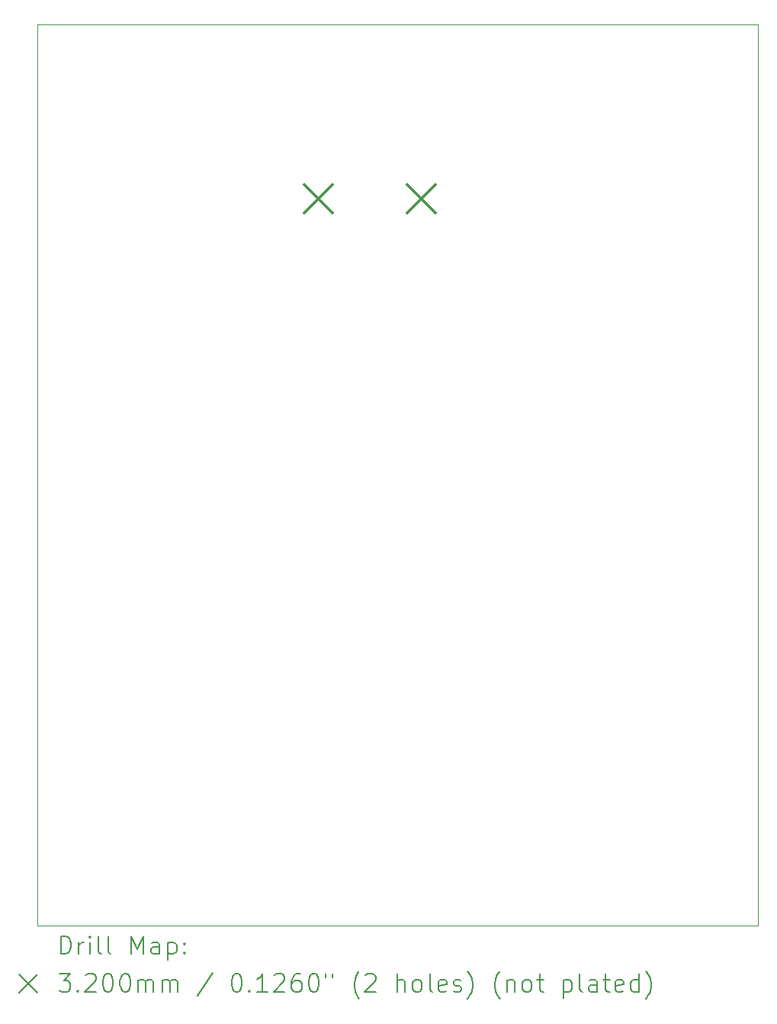
<source format=gbr>
%TF.GenerationSoftware,KiCad,Pcbnew,8.0.1*%
%TF.CreationDate,2024-05-05T15:46:48-04:00*%
%TF.ProjectId,Main,4d61696e-2e6b-4696-9361-645f70636258,0*%
%TF.SameCoordinates,Original*%
%TF.FileFunction,Drillmap*%
%TF.FilePolarity,Positive*%
%FSLAX45Y45*%
G04 Gerber Fmt 4.5, Leading zero omitted, Abs format (unit mm)*
G04 Created by KiCad (PCBNEW 8.0.1) date 2024-05-05 15:46:48*
%MOMM*%
%LPD*%
G01*
G04 APERTURE LIST*
%ADD10C,0.050000*%
%ADD11C,0.200000*%
%ADD12C,0.320000*%
G04 APERTURE END LIST*
D10*
X8990000Y-4065600D02*
X16990000Y-4065600D01*
X16990000Y-14065600D01*
X8990000Y-14065600D01*
X8990000Y-4065600D01*
D11*
D12*
X11947000Y-5840000D02*
X12267000Y-6160000D01*
X12267000Y-5840000D02*
X11947000Y-6160000D01*
X13090000Y-5840000D02*
X13410000Y-6160000D01*
X13410000Y-5840000D02*
X13090000Y-6160000D01*
D11*
X9248277Y-14379584D02*
X9248277Y-14179584D01*
X9248277Y-14179584D02*
X9295896Y-14179584D01*
X9295896Y-14179584D02*
X9324467Y-14189108D01*
X9324467Y-14189108D02*
X9343515Y-14208155D01*
X9343515Y-14208155D02*
X9353039Y-14227203D01*
X9353039Y-14227203D02*
X9362563Y-14265298D01*
X9362563Y-14265298D02*
X9362563Y-14293869D01*
X9362563Y-14293869D02*
X9353039Y-14331965D01*
X9353039Y-14331965D02*
X9343515Y-14351012D01*
X9343515Y-14351012D02*
X9324467Y-14370060D01*
X9324467Y-14370060D02*
X9295896Y-14379584D01*
X9295896Y-14379584D02*
X9248277Y-14379584D01*
X9448277Y-14379584D02*
X9448277Y-14246250D01*
X9448277Y-14284346D02*
X9457801Y-14265298D01*
X9457801Y-14265298D02*
X9467324Y-14255774D01*
X9467324Y-14255774D02*
X9486372Y-14246250D01*
X9486372Y-14246250D02*
X9505420Y-14246250D01*
X9572086Y-14379584D02*
X9572086Y-14246250D01*
X9572086Y-14179584D02*
X9562563Y-14189108D01*
X9562563Y-14189108D02*
X9572086Y-14198631D01*
X9572086Y-14198631D02*
X9581610Y-14189108D01*
X9581610Y-14189108D02*
X9572086Y-14179584D01*
X9572086Y-14179584D02*
X9572086Y-14198631D01*
X9695896Y-14379584D02*
X9676848Y-14370060D01*
X9676848Y-14370060D02*
X9667324Y-14351012D01*
X9667324Y-14351012D02*
X9667324Y-14179584D01*
X9800658Y-14379584D02*
X9781610Y-14370060D01*
X9781610Y-14370060D02*
X9772086Y-14351012D01*
X9772086Y-14351012D02*
X9772086Y-14179584D01*
X10029229Y-14379584D02*
X10029229Y-14179584D01*
X10029229Y-14179584D02*
X10095896Y-14322441D01*
X10095896Y-14322441D02*
X10162563Y-14179584D01*
X10162563Y-14179584D02*
X10162563Y-14379584D01*
X10343515Y-14379584D02*
X10343515Y-14274822D01*
X10343515Y-14274822D02*
X10333991Y-14255774D01*
X10333991Y-14255774D02*
X10314944Y-14246250D01*
X10314944Y-14246250D02*
X10276848Y-14246250D01*
X10276848Y-14246250D02*
X10257801Y-14255774D01*
X10343515Y-14370060D02*
X10324467Y-14379584D01*
X10324467Y-14379584D02*
X10276848Y-14379584D01*
X10276848Y-14379584D02*
X10257801Y-14370060D01*
X10257801Y-14370060D02*
X10248277Y-14351012D01*
X10248277Y-14351012D02*
X10248277Y-14331965D01*
X10248277Y-14331965D02*
X10257801Y-14312917D01*
X10257801Y-14312917D02*
X10276848Y-14303393D01*
X10276848Y-14303393D02*
X10324467Y-14303393D01*
X10324467Y-14303393D02*
X10343515Y-14293869D01*
X10438753Y-14246250D02*
X10438753Y-14446250D01*
X10438753Y-14255774D02*
X10457801Y-14246250D01*
X10457801Y-14246250D02*
X10495896Y-14246250D01*
X10495896Y-14246250D02*
X10514944Y-14255774D01*
X10514944Y-14255774D02*
X10524467Y-14265298D01*
X10524467Y-14265298D02*
X10533991Y-14284346D01*
X10533991Y-14284346D02*
X10533991Y-14341488D01*
X10533991Y-14341488D02*
X10524467Y-14360536D01*
X10524467Y-14360536D02*
X10514944Y-14370060D01*
X10514944Y-14370060D02*
X10495896Y-14379584D01*
X10495896Y-14379584D02*
X10457801Y-14379584D01*
X10457801Y-14379584D02*
X10438753Y-14370060D01*
X10619705Y-14360536D02*
X10629229Y-14370060D01*
X10629229Y-14370060D02*
X10619705Y-14379584D01*
X10619705Y-14379584D02*
X10610182Y-14370060D01*
X10610182Y-14370060D02*
X10619705Y-14360536D01*
X10619705Y-14360536D02*
X10619705Y-14379584D01*
X10619705Y-14255774D02*
X10629229Y-14265298D01*
X10629229Y-14265298D02*
X10619705Y-14274822D01*
X10619705Y-14274822D02*
X10610182Y-14265298D01*
X10610182Y-14265298D02*
X10619705Y-14255774D01*
X10619705Y-14255774D02*
X10619705Y-14274822D01*
X8787500Y-14608100D02*
X8987500Y-14808100D01*
X8987500Y-14608100D02*
X8787500Y-14808100D01*
X9229229Y-14599584D02*
X9353039Y-14599584D01*
X9353039Y-14599584D02*
X9286372Y-14675774D01*
X9286372Y-14675774D02*
X9314944Y-14675774D01*
X9314944Y-14675774D02*
X9333991Y-14685298D01*
X9333991Y-14685298D02*
X9343515Y-14694822D01*
X9343515Y-14694822D02*
X9353039Y-14713869D01*
X9353039Y-14713869D02*
X9353039Y-14761488D01*
X9353039Y-14761488D02*
X9343515Y-14780536D01*
X9343515Y-14780536D02*
X9333991Y-14790060D01*
X9333991Y-14790060D02*
X9314944Y-14799584D01*
X9314944Y-14799584D02*
X9257801Y-14799584D01*
X9257801Y-14799584D02*
X9238753Y-14790060D01*
X9238753Y-14790060D02*
X9229229Y-14780536D01*
X9438753Y-14780536D02*
X9448277Y-14790060D01*
X9448277Y-14790060D02*
X9438753Y-14799584D01*
X9438753Y-14799584D02*
X9429229Y-14790060D01*
X9429229Y-14790060D02*
X9438753Y-14780536D01*
X9438753Y-14780536D02*
X9438753Y-14799584D01*
X9524467Y-14618631D02*
X9533991Y-14609108D01*
X9533991Y-14609108D02*
X9553039Y-14599584D01*
X9553039Y-14599584D02*
X9600658Y-14599584D01*
X9600658Y-14599584D02*
X9619705Y-14609108D01*
X9619705Y-14609108D02*
X9629229Y-14618631D01*
X9629229Y-14618631D02*
X9638753Y-14637679D01*
X9638753Y-14637679D02*
X9638753Y-14656727D01*
X9638753Y-14656727D02*
X9629229Y-14685298D01*
X9629229Y-14685298D02*
X9514944Y-14799584D01*
X9514944Y-14799584D02*
X9638753Y-14799584D01*
X9762563Y-14599584D02*
X9781610Y-14599584D01*
X9781610Y-14599584D02*
X9800658Y-14609108D01*
X9800658Y-14609108D02*
X9810182Y-14618631D01*
X9810182Y-14618631D02*
X9819705Y-14637679D01*
X9819705Y-14637679D02*
X9829229Y-14675774D01*
X9829229Y-14675774D02*
X9829229Y-14723393D01*
X9829229Y-14723393D02*
X9819705Y-14761488D01*
X9819705Y-14761488D02*
X9810182Y-14780536D01*
X9810182Y-14780536D02*
X9800658Y-14790060D01*
X9800658Y-14790060D02*
X9781610Y-14799584D01*
X9781610Y-14799584D02*
X9762563Y-14799584D01*
X9762563Y-14799584D02*
X9743515Y-14790060D01*
X9743515Y-14790060D02*
X9733991Y-14780536D01*
X9733991Y-14780536D02*
X9724467Y-14761488D01*
X9724467Y-14761488D02*
X9714944Y-14723393D01*
X9714944Y-14723393D02*
X9714944Y-14675774D01*
X9714944Y-14675774D02*
X9724467Y-14637679D01*
X9724467Y-14637679D02*
X9733991Y-14618631D01*
X9733991Y-14618631D02*
X9743515Y-14609108D01*
X9743515Y-14609108D02*
X9762563Y-14599584D01*
X9953039Y-14599584D02*
X9972086Y-14599584D01*
X9972086Y-14599584D02*
X9991134Y-14609108D01*
X9991134Y-14609108D02*
X10000658Y-14618631D01*
X10000658Y-14618631D02*
X10010182Y-14637679D01*
X10010182Y-14637679D02*
X10019705Y-14675774D01*
X10019705Y-14675774D02*
X10019705Y-14723393D01*
X10019705Y-14723393D02*
X10010182Y-14761488D01*
X10010182Y-14761488D02*
X10000658Y-14780536D01*
X10000658Y-14780536D02*
X9991134Y-14790060D01*
X9991134Y-14790060D02*
X9972086Y-14799584D01*
X9972086Y-14799584D02*
X9953039Y-14799584D01*
X9953039Y-14799584D02*
X9933991Y-14790060D01*
X9933991Y-14790060D02*
X9924467Y-14780536D01*
X9924467Y-14780536D02*
X9914944Y-14761488D01*
X9914944Y-14761488D02*
X9905420Y-14723393D01*
X9905420Y-14723393D02*
X9905420Y-14675774D01*
X9905420Y-14675774D02*
X9914944Y-14637679D01*
X9914944Y-14637679D02*
X9924467Y-14618631D01*
X9924467Y-14618631D02*
X9933991Y-14609108D01*
X9933991Y-14609108D02*
X9953039Y-14599584D01*
X10105420Y-14799584D02*
X10105420Y-14666250D01*
X10105420Y-14685298D02*
X10114944Y-14675774D01*
X10114944Y-14675774D02*
X10133991Y-14666250D01*
X10133991Y-14666250D02*
X10162563Y-14666250D01*
X10162563Y-14666250D02*
X10181610Y-14675774D01*
X10181610Y-14675774D02*
X10191134Y-14694822D01*
X10191134Y-14694822D02*
X10191134Y-14799584D01*
X10191134Y-14694822D02*
X10200658Y-14675774D01*
X10200658Y-14675774D02*
X10219705Y-14666250D01*
X10219705Y-14666250D02*
X10248277Y-14666250D01*
X10248277Y-14666250D02*
X10267325Y-14675774D01*
X10267325Y-14675774D02*
X10276848Y-14694822D01*
X10276848Y-14694822D02*
X10276848Y-14799584D01*
X10372086Y-14799584D02*
X10372086Y-14666250D01*
X10372086Y-14685298D02*
X10381610Y-14675774D01*
X10381610Y-14675774D02*
X10400658Y-14666250D01*
X10400658Y-14666250D02*
X10429229Y-14666250D01*
X10429229Y-14666250D02*
X10448277Y-14675774D01*
X10448277Y-14675774D02*
X10457801Y-14694822D01*
X10457801Y-14694822D02*
X10457801Y-14799584D01*
X10457801Y-14694822D02*
X10467325Y-14675774D01*
X10467325Y-14675774D02*
X10486372Y-14666250D01*
X10486372Y-14666250D02*
X10514944Y-14666250D01*
X10514944Y-14666250D02*
X10533991Y-14675774D01*
X10533991Y-14675774D02*
X10543515Y-14694822D01*
X10543515Y-14694822D02*
X10543515Y-14799584D01*
X10933991Y-14590060D02*
X10762563Y-14847203D01*
X11191134Y-14599584D02*
X11210182Y-14599584D01*
X11210182Y-14599584D02*
X11229229Y-14609108D01*
X11229229Y-14609108D02*
X11238753Y-14618631D01*
X11238753Y-14618631D02*
X11248277Y-14637679D01*
X11248277Y-14637679D02*
X11257801Y-14675774D01*
X11257801Y-14675774D02*
X11257801Y-14723393D01*
X11257801Y-14723393D02*
X11248277Y-14761488D01*
X11248277Y-14761488D02*
X11238753Y-14780536D01*
X11238753Y-14780536D02*
X11229229Y-14790060D01*
X11229229Y-14790060D02*
X11210182Y-14799584D01*
X11210182Y-14799584D02*
X11191134Y-14799584D01*
X11191134Y-14799584D02*
X11172087Y-14790060D01*
X11172087Y-14790060D02*
X11162563Y-14780536D01*
X11162563Y-14780536D02*
X11153039Y-14761488D01*
X11153039Y-14761488D02*
X11143515Y-14723393D01*
X11143515Y-14723393D02*
X11143515Y-14675774D01*
X11143515Y-14675774D02*
X11153039Y-14637679D01*
X11153039Y-14637679D02*
X11162563Y-14618631D01*
X11162563Y-14618631D02*
X11172087Y-14609108D01*
X11172087Y-14609108D02*
X11191134Y-14599584D01*
X11343515Y-14780536D02*
X11353039Y-14790060D01*
X11353039Y-14790060D02*
X11343515Y-14799584D01*
X11343515Y-14799584D02*
X11333991Y-14790060D01*
X11333991Y-14790060D02*
X11343515Y-14780536D01*
X11343515Y-14780536D02*
X11343515Y-14799584D01*
X11543515Y-14799584D02*
X11429229Y-14799584D01*
X11486372Y-14799584D02*
X11486372Y-14599584D01*
X11486372Y-14599584D02*
X11467325Y-14628155D01*
X11467325Y-14628155D02*
X11448277Y-14647203D01*
X11448277Y-14647203D02*
X11429229Y-14656727D01*
X11619706Y-14618631D02*
X11629229Y-14609108D01*
X11629229Y-14609108D02*
X11648277Y-14599584D01*
X11648277Y-14599584D02*
X11695896Y-14599584D01*
X11695896Y-14599584D02*
X11714944Y-14609108D01*
X11714944Y-14609108D02*
X11724467Y-14618631D01*
X11724467Y-14618631D02*
X11733991Y-14637679D01*
X11733991Y-14637679D02*
X11733991Y-14656727D01*
X11733991Y-14656727D02*
X11724467Y-14685298D01*
X11724467Y-14685298D02*
X11610182Y-14799584D01*
X11610182Y-14799584D02*
X11733991Y-14799584D01*
X11905420Y-14599584D02*
X11867325Y-14599584D01*
X11867325Y-14599584D02*
X11848277Y-14609108D01*
X11848277Y-14609108D02*
X11838753Y-14618631D01*
X11838753Y-14618631D02*
X11819706Y-14647203D01*
X11819706Y-14647203D02*
X11810182Y-14685298D01*
X11810182Y-14685298D02*
X11810182Y-14761488D01*
X11810182Y-14761488D02*
X11819706Y-14780536D01*
X11819706Y-14780536D02*
X11829229Y-14790060D01*
X11829229Y-14790060D02*
X11848277Y-14799584D01*
X11848277Y-14799584D02*
X11886372Y-14799584D01*
X11886372Y-14799584D02*
X11905420Y-14790060D01*
X11905420Y-14790060D02*
X11914944Y-14780536D01*
X11914944Y-14780536D02*
X11924467Y-14761488D01*
X11924467Y-14761488D02*
X11924467Y-14713869D01*
X11924467Y-14713869D02*
X11914944Y-14694822D01*
X11914944Y-14694822D02*
X11905420Y-14685298D01*
X11905420Y-14685298D02*
X11886372Y-14675774D01*
X11886372Y-14675774D02*
X11848277Y-14675774D01*
X11848277Y-14675774D02*
X11829229Y-14685298D01*
X11829229Y-14685298D02*
X11819706Y-14694822D01*
X11819706Y-14694822D02*
X11810182Y-14713869D01*
X12048277Y-14599584D02*
X12067325Y-14599584D01*
X12067325Y-14599584D02*
X12086372Y-14609108D01*
X12086372Y-14609108D02*
X12095896Y-14618631D01*
X12095896Y-14618631D02*
X12105420Y-14637679D01*
X12105420Y-14637679D02*
X12114944Y-14675774D01*
X12114944Y-14675774D02*
X12114944Y-14723393D01*
X12114944Y-14723393D02*
X12105420Y-14761488D01*
X12105420Y-14761488D02*
X12095896Y-14780536D01*
X12095896Y-14780536D02*
X12086372Y-14790060D01*
X12086372Y-14790060D02*
X12067325Y-14799584D01*
X12067325Y-14799584D02*
X12048277Y-14799584D01*
X12048277Y-14799584D02*
X12029229Y-14790060D01*
X12029229Y-14790060D02*
X12019706Y-14780536D01*
X12019706Y-14780536D02*
X12010182Y-14761488D01*
X12010182Y-14761488D02*
X12000658Y-14723393D01*
X12000658Y-14723393D02*
X12000658Y-14675774D01*
X12000658Y-14675774D02*
X12010182Y-14637679D01*
X12010182Y-14637679D02*
X12019706Y-14618631D01*
X12019706Y-14618631D02*
X12029229Y-14609108D01*
X12029229Y-14609108D02*
X12048277Y-14599584D01*
X12191134Y-14599584D02*
X12191134Y-14637679D01*
X12267325Y-14599584D02*
X12267325Y-14637679D01*
X12562563Y-14875774D02*
X12553039Y-14866250D01*
X12553039Y-14866250D02*
X12533991Y-14837679D01*
X12533991Y-14837679D02*
X12524468Y-14818631D01*
X12524468Y-14818631D02*
X12514944Y-14790060D01*
X12514944Y-14790060D02*
X12505420Y-14742441D01*
X12505420Y-14742441D02*
X12505420Y-14704346D01*
X12505420Y-14704346D02*
X12514944Y-14656727D01*
X12514944Y-14656727D02*
X12524468Y-14628155D01*
X12524468Y-14628155D02*
X12533991Y-14609108D01*
X12533991Y-14609108D02*
X12553039Y-14580536D01*
X12553039Y-14580536D02*
X12562563Y-14571012D01*
X12629229Y-14618631D02*
X12638753Y-14609108D01*
X12638753Y-14609108D02*
X12657801Y-14599584D01*
X12657801Y-14599584D02*
X12705420Y-14599584D01*
X12705420Y-14599584D02*
X12724468Y-14609108D01*
X12724468Y-14609108D02*
X12733991Y-14618631D01*
X12733991Y-14618631D02*
X12743515Y-14637679D01*
X12743515Y-14637679D02*
X12743515Y-14656727D01*
X12743515Y-14656727D02*
X12733991Y-14685298D01*
X12733991Y-14685298D02*
X12619706Y-14799584D01*
X12619706Y-14799584D02*
X12743515Y-14799584D01*
X12981610Y-14799584D02*
X12981610Y-14599584D01*
X13067325Y-14799584D02*
X13067325Y-14694822D01*
X13067325Y-14694822D02*
X13057801Y-14675774D01*
X13057801Y-14675774D02*
X13038753Y-14666250D01*
X13038753Y-14666250D02*
X13010182Y-14666250D01*
X13010182Y-14666250D02*
X12991134Y-14675774D01*
X12991134Y-14675774D02*
X12981610Y-14685298D01*
X13191134Y-14799584D02*
X13172087Y-14790060D01*
X13172087Y-14790060D02*
X13162563Y-14780536D01*
X13162563Y-14780536D02*
X13153039Y-14761488D01*
X13153039Y-14761488D02*
X13153039Y-14704346D01*
X13153039Y-14704346D02*
X13162563Y-14685298D01*
X13162563Y-14685298D02*
X13172087Y-14675774D01*
X13172087Y-14675774D02*
X13191134Y-14666250D01*
X13191134Y-14666250D02*
X13219706Y-14666250D01*
X13219706Y-14666250D02*
X13238753Y-14675774D01*
X13238753Y-14675774D02*
X13248277Y-14685298D01*
X13248277Y-14685298D02*
X13257801Y-14704346D01*
X13257801Y-14704346D02*
X13257801Y-14761488D01*
X13257801Y-14761488D02*
X13248277Y-14780536D01*
X13248277Y-14780536D02*
X13238753Y-14790060D01*
X13238753Y-14790060D02*
X13219706Y-14799584D01*
X13219706Y-14799584D02*
X13191134Y-14799584D01*
X13372087Y-14799584D02*
X13353039Y-14790060D01*
X13353039Y-14790060D02*
X13343515Y-14771012D01*
X13343515Y-14771012D02*
X13343515Y-14599584D01*
X13524468Y-14790060D02*
X13505420Y-14799584D01*
X13505420Y-14799584D02*
X13467325Y-14799584D01*
X13467325Y-14799584D02*
X13448277Y-14790060D01*
X13448277Y-14790060D02*
X13438753Y-14771012D01*
X13438753Y-14771012D02*
X13438753Y-14694822D01*
X13438753Y-14694822D02*
X13448277Y-14675774D01*
X13448277Y-14675774D02*
X13467325Y-14666250D01*
X13467325Y-14666250D02*
X13505420Y-14666250D01*
X13505420Y-14666250D02*
X13524468Y-14675774D01*
X13524468Y-14675774D02*
X13533991Y-14694822D01*
X13533991Y-14694822D02*
X13533991Y-14713869D01*
X13533991Y-14713869D02*
X13438753Y-14732917D01*
X13610182Y-14790060D02*
X13629230Y-14799584D01*
X13629230Y-14799584D02*
X13667325Y-14799584D01*
X13667325Y-14799584D02*
X13686372Y-14790060D01*
X13686372Y-14790060D02*
X13695896Y-14771012D01*
X13695896Y-14771012D02*
X13695896Y-14761488D01*
X13695896Y-14761488D02*
X13686372Y-14742441D01*
X13686372Y-14742441D02*
X13667325Y-14732917D01*
X13667325Y-14732917D02*
X13638753Y-14732917D01*
X13638753Y-14732917D02*
X13619706Y-14723393D01*
X13619706Y-14723393D02*
X13610182Y-14704346D01*
X13610182Y-14704346D02*
X13610182Y-14694822D01*
X13610182Y-14694822D02*
X13619706Y-14675774D01*
X13619706Y-14675774D02*
X13638753Y-14666250D01*
X13638753Y-14666250D02*
X13667325Y-14666250D01*
X13667325Y-14666250D02*
X13686372Y-14675774D01*
X13762563Y-14875774D02*
X13772087Y-14866250D01*
X13772087Y-14866250D02*
X13791134Y-14837679D01*
X13791134Y-14837679D02*
X13800658Y-14818631D01*
X13800658Y-14818631D02*
X13810182Y-14790060D01*
X13810182Y-14790060D02*
X13819706Y-14742441D01*
X13819706Y-14742441D02*
X13819706Y-14704346D01*
X13819706Y-14704346D02*
X13810182Y-14656727D01*
X13810182Y-14656727D02*
X13800658Y-14628155D01*
X13800658Y-14628155D02*
X13791134Y-14609108D01*
X13791134Y-14609108D02*
X13772087Y-14580536D01*
X13772087Y-14580536D02*
X13762563Y-14571012D01*
X14124468Y-14875774D02*
X14114944Y-14866250D01*
X14114944Y-14866250D02*
X14095896Y-14837679D01*
X14095896Y-14837679D02*
X14086372Y-14818631D01*
X14086372Y-14818631D02*
X14076849Y-14790060D01*
X14076849Y-14790060D02*
X14067325Y-14742441D01*
X14067325Y-14742441D02*
X14067325Y-14704346D01*
X14067325Y-14704346D02*
X14076849Y-14656727D01*
X14076849Y-14656727D02*
X14086372Y-14628155D01*
X14086372Y-14628155D02*
X14095896Y-14609108D01*
X14095896Y-14609108D02*
X14114944Y-14580536D01*
X14114944Y-14580536D02*
X14124468Y-14571012D01*
X14200658Y-14666250D02*
X14200658Y-14799584D01*
X14200658Y-14685298D02*
X14210182Y-14675774D01*
X14210182Y-14675774D02*
X14229230Y-14666250D01*
X14229230Y-14666250D02*
X14257801Y-14666250D01*
X14257801Y-14666250D02*
X14276849Y-14675774D01*
X14276849Y-14675774D02*
X14286372Y-14694822D01*
X14286372Y-14694822D02*
X14286372Y-14799584D01*
X14410182Y-14799584D02*
X14391134Y-14790060D01*
X14391134Y-14790060D02*
X14381611Y-14780536D01*
X14381611Y-14780536D02*
X14372087Y-14761488D01*
X14372087Y-14761488D02*
X14372087Y-14704346D01*
X14372087Y-14704346D02*
X14381611Y-14685298D01*
X14381611Y-14685298D02*
X14391134Y-14675774D01*
X14391134Y-14675774D02*
X14410182Y-14666250D01*
X14410182Y-14666250D02*
X14438753Y-14666250D01*
X14438753Y-14666250D02*
X14457801Y-14675774D01*
X14457801Y-14675774D02*
X14467325Y-14685298D01*
X14467325Y-14685298D02*
X14476849Y-14704346D01*
X14476849Y-14704346D02*
X14476849Y-14761488D01*
X14476849Y-14761488D02*
X14467325Y-14780536D01*
X14467325Y-14780536D02*
X14457801Y-14790060D01*
X14457801Y-14790060D02*
X14438753Y-14799584D01*
X14438753Y-14799584D02*
X14410182Y-14799584D01*
X14533992Y-14666250D02*
X14610182Y-14666250D01*
X14562563Y-14599584D02*
X14562563Y-14771012D01*
X14562563Y-14771012D02*
X14572087Y-14790060D01*
X14572087Y-14790060D02*
X14591134Y-14799584D01*
X14591134Y-14799584D02*
X14610182Y-14799584D01*
X14829230Y-14666250D02*
X14829230Y-14866250D01*
X14829230Y-14675774D02*
X14848277Y-14666250D01*
X14848277Y-14666250D02*
X14886373Y-14666250D01*
X14886373Y-14666250D02*
X14905420Y-14675774D01*
X14905420Y-14675774D02*
X14914944Y-14685298D01*
X14914944Y-14685298D02*
X14924468Y-14704346D01*
X14924468Y-14704346D02*
X14924468Y-14761488D01*
X14924468Y-14761488D02*
X14914944Y-14780536D01*
X14914944Y-14780536D02*
X14905420Y-14790060D01*
X14905420Y-14790060D02*
X14886373Y-14799584D01*
X14886373Y-14799584D02*
X14848277Y-14799584D01*
X14848277Y-14799584D02*
X14829230Y-14790060D01*
X15038753Y-14799584D02*
X15019706Y-14790060D01*
X15019706Y-14790060D02*
X15010182Y-14771012D01*
X15010182Y-14771012D02*
X15010182Y-14599584D01*
X15200658Y-14799584D02*
X15200658Y-14694822D01*
X15200658Y-14694822D02*
X15191134Y-14675774D01*
X15191134Y-14675774D02*
X15172087Y-14666250D01*
X15172087Y-14666250D02*
X15133992Y-14666250D01*
X15133992Y-14666250D02*
X15114944Y-14675774D01*
X15200658Y-14790060D02*
X15181611Y-14799584D01*
X15181611Y-14799584D02*
X15133992Y-14799584D01*
X15133992Y-14799584D02*
X15114944Y-14790060D01*
X15114944Y-14790060D02*
X15105420Y-14771012D01*
X15105420Y-14771012D02*
X15105420Y-14751965D01*
X15105420Y-14751965D02*
X15114944Y-14732917D01*
X15114944Y-14732917D02*
X15133992Y-14723393D01*
X15133992Y-14723393D02*
X15181611Y-14723393D01*
X15181611Y-14723393D02*
X15200658Y-14713869D01*
X15267325Y-14666250D02*
X15343515Y-14666250D01*
X15295896Y-14599584D02*
X15295896Y-14771012D01*
X15295896Y-14771012D02*
X15305420Y-14790060D01*
X15305420Y-14790060D02*
X15324468Y-14799584D01*
X15324468Y-14799584D02*
X15343515Y-14799584D01*
X15486373Y-14790060D02*
X15467325Y-14799584D01*
X15467325Y-14799584D02*
X15429230Y-14799584D01*
X15429230Y-14799584D02*
X15410182Y-14790060D01*
X15410182Y-14790060D02*
X15400658Y-14771012D01*
X15400658Y-14771012D02*
X15400658Y-14694822D01*
X15400658Y-14694822D02*
X15410182Y-14675774D01*
X15410182Y-14675774D02*
X15429230Y-14666250D01*
X15429230Y-14666250D02*
X15467325Y-14666250D01*
X15467325Y-14666250D02*
X15486373Y-14675774D01*
X15486373Y-14675774D02*
X15495896Y-14694822D01*
X15495896Y-14694822D02*
X15495896Y-14713869D01*
X15495896Y-14713869D02*
X15400658Y-14732917D01*
X15667325Y-14799584D02*
X15667325Y-14599584D01*
X15667325Y-14790060D02*
X15648277Y-14799584D01*
X15648277Y-14799584D02*
X15610182Y-14799584D01*
X15610182Y-14799584D02*
X15591134Y-14790060D01*
X15591134Y-14790060D02*
X15581611Y-14780536D01*
X15581611Y-14780536D02*
X15572087Y-14761488D01*
X15572087Y-14761488D02*
X15572087Y-14704346D01*
X15572087Y-14704346D02*
X15581611Y-14685298D01*
X15581611Y-14685298D02*
X15591134Y-14675774D01*
X15591134Y-14675774D02*
X15610182Y-14666250D01*
X15610182Y-14666250D02*
X15648277Y-14666250D01*
X15648277Y-14666250D02*
X15667325Y-14675774D01*
X15743515Y-14875774D02*
X15753039Y-14866250D01*
X15753039Y-14866250D02*
X15772087Y-14837679D01*
X15772087Y-14837679D02*
X15781611Y-14818631D01*
X15781611Y-14818631D02*
X15791134Y-14790060D01*
X15791134Y-14790060D02*
X15800658Y-14742441D01*
X15800658Y-14742441D02*
X15800658Y-14704346D01*
X15800658Y-14704346D02*
X15791134Y-14656727D01*
X15791134Y-14656727D02*
X15781611Y-14628155D01*
X15781611Y-14628155D02*
X15772087Y-14609108D01*
X15772087Y-14609108D02*
X15753039Y-14580536D01*
X15753039Y-14580536D02*
X15743515Y-14571012D01*
M02*

</source>
